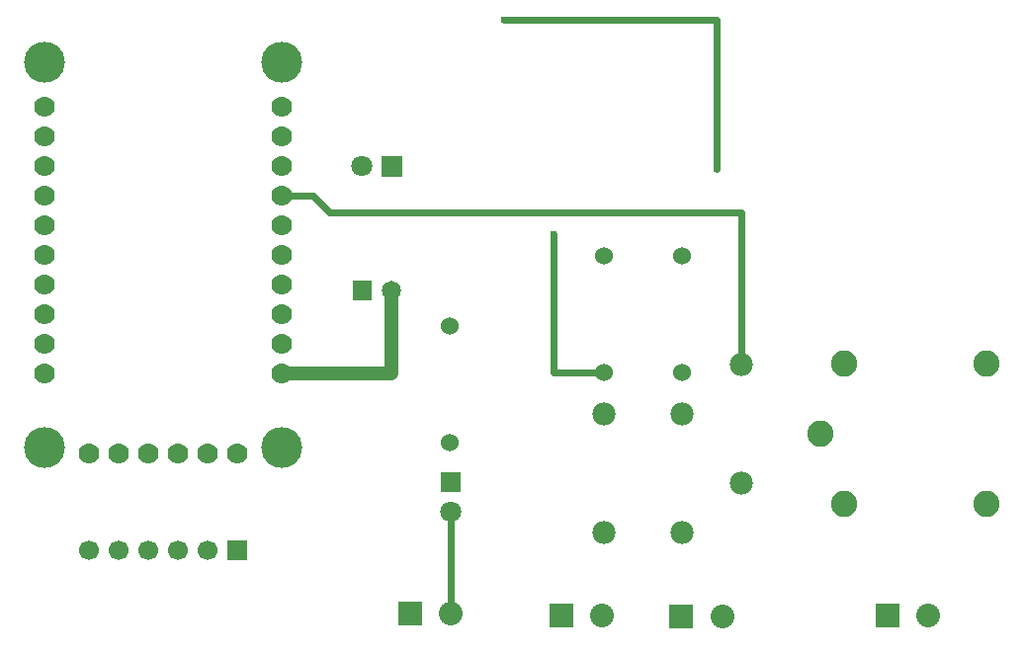
<source format=gtl>
G04 Layer: TopLayer*
G04 EasyEDA v6.5.8, 2022-08-15 07:29:34*
G04 028e3914a6f949ed9ca799ef75e4ed4f,10*
G04 Gerber Generator version 0.2*
G04 Scale: 100 percent, Rotated: No, Reflected: No *
G04 Dimensions in millimeters *
G04 leading zeros omitted , absolute positions ,4 integer and 5 decimal *
%FSLAX45Y45*%
%MOMM*%

%ADD10C,0.6096*%
%ADD11C,1.2192*%
%ADD12C,1.8000*%
%ADD13R,1.8000X1.8000*%
%ADD14C,1.6510*%
%ADD15C,1.9812*%
%ADD16R,1.7000X1.7000*%
%ADD17C,1.7000*%
%ADD18C,2.0320*%
%ADD19C,2.2499*%
%ADD20C,1.5240*%
%ADD21C,3.5052*%
%ADD22C,1.7780*%
%ADD23C,0.6200*%

%LPD*%
D10*
X3657600Y7289800D02*
G01*
X3924300Y7289800D01*
X4064000Y7150100D01*
X7594600Y7150100D01*
X7594600Y5842000D01*
X5562600Y8801100D02*
G01*
X7378700Y8801100D01*
X7378700Y7518400D01*
X6415303Y5774867D02*
G01*
X5981700Y5774867D01*
X5981700Y6959600D01*
X5105400Y4584700D02*
G01*
X5105400Y3710939D01*
X5102859Y3708400D01*
D11*
X3657600Y5765800D02*
G01*
X4597400Y5765800D01*
X4597400Y6477000D01*
D12*
G01*
X4343400Y7543800D03*
G36*
X4507407Y7633792D02*
G01*
X4687392Y7633792D01*
X4687392Y7453807D01*
X4507407Y7453807D01*
G37*
G01*
X5105400Y4584700D03*
D13*
G01*
X5105400Y4838700D03*
G36*
X4260850Y6559550D02*
G01*
X4425950Y6559550D01*
X4425950Y6394450D01*
X4260850Y6394450D01*
G37*
D14*
G01*
X4597400Y6477000D03*
D15*
G01*
X6413500Y5422900D03*
G01*
X6413500Y4406900D03*
G01*
X7086600Y5422900D03*
G01*
X7086600Y4406900D03*
G01*
X7594600Y5842000D03*
G01*
X7594600Y4826000D03*
D16*
G01*
X3276600Y4254500D03*
D17*
G01*
X3022600Y4254500D03*
G01*
X2768600Y4254500D03*
G01*
X2514600Y4254500D03*
G01*
X2260600Y4254500D03*
G01*
X2006600Y4254500D03*
G36*
X4650740Y3810000D02*
G01*
X4853940Y3810000D01*
X4853940Y3606800D01*
X4650740Y3606800D01*
G37*
D18*
G01*
X5102859Y3708400D03*
G36*
X5946140Y3797300D02*
G01*
X6149340Y3797300D01*
X6149340Y3594100D01*
X5946140Y3594100D01*
G37*
G01*
X6398259Y3695700D03*
G36*
X6974840Y3784600D02*
G01*
X7178040Y3784600D01*
X7178040Y3581400D01*
X6974840Y3581400D01*
G37*
G01*
X7426959Y3683000D03*
G36*
X8740140Y3797300D02*
G01*
X8943340Y3797300D01*
X8943340Y3594100D01*
X8740140Y3594100D01*
G37*
G01*
X9192259Y3695700D03*
D19*
G01*
X8270900Y5248198D03*
G01*
X8470900Y4648200D03*
G01*
X9690887Y4648200D03*
G01*
X9690887Y5848197D03*
G01*
X8470900Y5848197D03*
D20*
G01*
X6413500Y6774865D03*
G01*
X6415303Y5774867D03*
G01*
X7086600Y5772734D03*
G01*
X7084796Y6772732D03*
G01*
X5094503Y5177967D03*
G01*
X5092700Y6177965D03*
D21*
G01*
X3657600Y8432800D03*
D22*
G01*
X3657600Y5765800D03*
G01*
X3657600Y6019800D03*
G01*
X3657600Y6273800D03*
G01*
X3657600Y6527800D03*
G01*
X3657600Y6781800D03*
G01*
X3657600Y7035800D03*
G01*
X3657600Y7289800D03*
G01*
X3657600Y7543800D03*
G01*
X3657600Y7797800D03*
G01*
X3657600Y8051800D03*
D21*
G01*
X3657600Y5130800D03*
D22*
G01*
X3276600Y5080000D03*
G01*
X2006600Y5080000D03*
G01*
X2260600Y5080000D03*
G01*
X2514600Y5080000D03*
G01*
X2768600Y5080000D03*
G01*
X3022600Y5080000D03*
D21*
G01*
X1625600Y5130800D03*
D22*
G01*
X1625600Y5765800D03*
G01*
X1625600Y8051800D03*
G01*
X1625600Y7797800D03*
G01*
X1625600Y7543800D03*
G01*
X1625600Y7289800D03*
G01*
X1625600Y7035800D03*
G01*
X1625600Y6781800D03*
G01*
X1625600Y6527800D03*
G01*
X1625600Y6273800D03*
G01*
X1625600Y6019800D03*
G01*
X1625600Y5765800D03*
D21*
G01*
X1625600Y8432800D03*
D23*
G01*
X5981700Y6959600D03*
G01*
X5562600Y8801100D03*
G01*
X7378700Y7518400D03*
M02*

</source>
